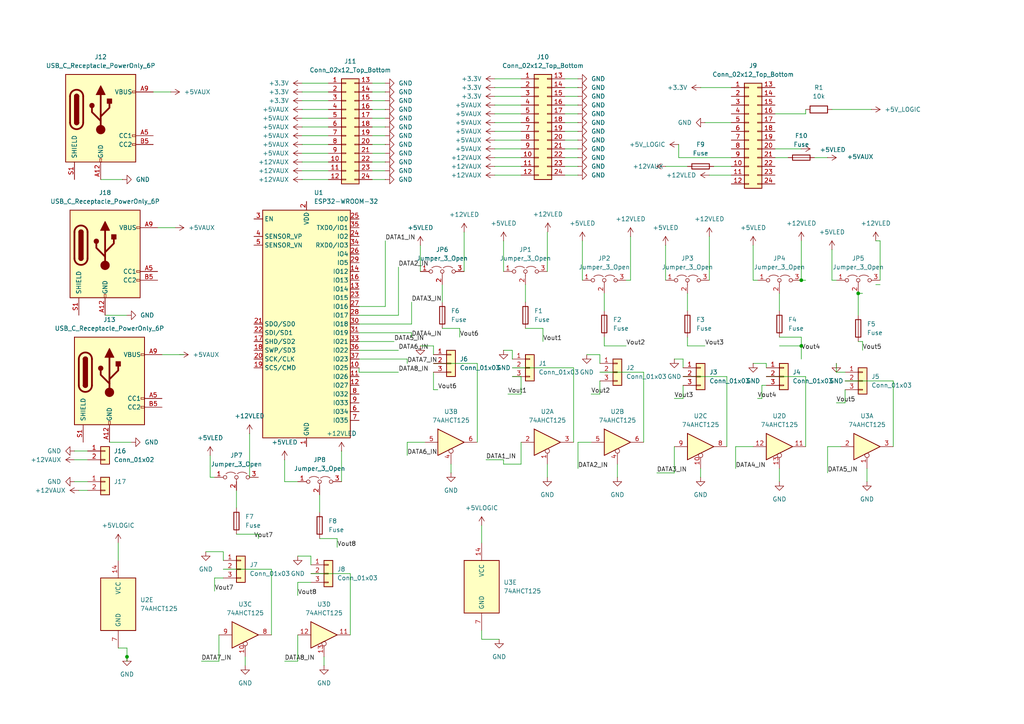
<source format=kicad_sch>
(kicad_sch (version 20250114) (generator "eeschema") (generator_version "9.0")
  (paper "A4")
  (lib_symbols
    (symbol "74xx:74AHCT125" (pin_names (offset 1.016))
      (property "Reference" "U" (at 0 1.27 0))
      (property "Value" "74AHCT125" (at 0 -1.27 0))
      (symbol "74AHCT125_1_0"
        (pin input line (at -7.62 0 0) (length 3.81) (name "~") (number "2"))
        (pin input inverted (at 0 -6.35 90) (length 4.445) (name "~") (number "1"))
        (pin tri_state line (at 7.62 0 180) (length 3.81) (name "~") (number "3"))
      )
      (symbol "74AHCT125_2_0"
        (pin input line (at -7.62 0 0) (length 3.81) (name "~") (number "5"))
        (pin input inverted (at 0 -6.35 90) (length 4.445) (name "~") (number "4"))
        (pin tri_state line (at 7.62 0 180) (length 3.81) (name "~") (number "6"))
      )
      (symbol "74AHCT125_3_0"
        (pin input line (at -7.62 0 0) (length 3.81) (name "~") (number "9"))
        (pin input inverted (at 0 -6.35 90) (length 4.445) (name "~") (number "10"))
        (pin tri_state line (at 7.62 0 180) (length 3.81) (name "~") (number "8"))
      )
      (symbol "74AHCT125_4_0"
        (pin input line (at -7.62 0 0) (length 3.81) (name "~") (number "12"))
        (pin input inverted (at 0 -6.35 90) (length 4.445) (name "~") (number "13"))
        (pin tri_state line (at 7.62 0 180) (length 3.81) (name "~") (number "11"))
      )
      (symbol "74AHCT125_5_0"
        (pin power_in line (at 0 12.7 270) (length 5.08) (name "VCC") (number "14"))
        (pin power_in line (at 0 -12.7 90) (length 5.08) (name "GND") (number "7"))
      )
    )
    (symbol "Connector:USB_C_Receptacle_PowerOnly_6P" (pin_names (offset 1.016))
      (property "Reference" "J" (at 0 16.51 0))
      (property "Value" "USB_C_Receptacle_PowerOnly_6P" (at 0 13.97 0))
      (symbol "USB_C_Receptacle_PowerOnly_6P_1_1"
        (pin passive line (at -7.62 -17.78 90) (length 5.08) (name "SHIELD") (number "S1"))
        (pin passive line (at 0 -17.78 90) (length 5.08) (name "GND") (number "A12"))
        (pin passive line (at 0 -17.78 90) (length 5.08) (hide yes) (name "GND") (number "B12"))
        (pin passive line (at 15.24 7.62 180) (length 5.08) (name "VBUS") (number "A9"))
        (pin passive line (at 15.24 7.62 180) (length 5.08) (hide yes) (name "VBUS") (number "B9"))
        (pin bidirectional line (at 15.24 -5.08 180) (length 5.08) (name "CC1") (number "A5"))
        (pin bidirectional line (at 15.24 -7.62 180) (length 5.08) (name "CC2") (number "B5"))
      )
    )
    (symbol "Connector_Generic:Conn_01x02" (pin_names (offset 1.016) (hide yes))
      (property "Reference" "J" (at 0 2.54 0))
      (property "Value" "Conn_01x02" (at 0 -5.08 0))
      (symbol "Conn_01x02_1_1"
        (pin passive line (at -5.08 0 0) (length 3.81) (name "Pin_1") (number "1"))
        (pin passive line (at -5.08 -2.54 0) (length 3.81) (name "Pin_2") (number "2"))
      )
    )
    (symbol "Connector_Generic:Conn_01x03" (pin_names (offset 1.016) (hide yes))
      (property "Reference" "J" (at 0 5.08 0))
      (property "Value" "Conn_01x03" (at 0 -5.08 0))
      (symbol "Conn_01x03_1_1"
        (pin passive line (at -5.08 2.54 0) (length 3.81) (name "Pin_1") (number "1"))
        (pin passive line (at -5.08 0 0) (length 3.81) (name "Pin_2") (number "2"))
        (pin passive line (at -5.08 -2.54 0) (length 3.81) (name "Pin_3") (number "3"))
      )
    )
    (symbol "Connector_Generic:Conn_02x12_Top_Bottom" (pin_names (offset 1.016) (hide yes))
      (property "Reference" "J" (at 1.27 15.24 0))
      (property "Value" "Conn_02x12_Top_Bottom" (at 1.27 -17.78 0))
      (symbol "Conn_02x12_Top_Bottom_1_1"
        (pin passive line (at -5.08 12.7 0) (length 3.81) (name "Pin_1") (number "1"))
        (pin passive line (at -5.08 10.16 0) (length 3.81) (name "Pin_2") (number "2"))
        (pin passive line (at -5.08 7.62 0) (length 3.81) (name "Pin_3") (number "3"))
        (pin passive line (at -5.08 5.08 0) (length 3.81) (name "Pin_4") (number "4"))
        (pin passive line (at -5.08 2.54 0) (length 3.81) (name "Pin_5") (number "5"))
        (pin passive line (at -5.08 0 0) (length 3.81) (name "Pin_6") (number "6"))
        (pin passive line (at -5.08 -2.54 0) (length 3.81) (name "Pin_7") (number "7"))
        (pin passive line (at -5.08 -5.08 0) (length 3.81) (name "Pin_8") (number "8"))
        (pin passive line (at -5.08 -7.62 0) (length 3.81) (name "Pin_9") (number "9"))
        (pin passive line (at -5.08 -10.16 0) (length 3.81) (name "Pin_10") (number "10"))
        (pin passive line (at -5.08 -12.7 0) (length 3.81) (name "Pin_11") (number "11"))
        (pin passive line (at -5.08 -15.24 0) (length 3.81) (name "Pin_12") (number "12"))
        (pin passive line (at 7.62 12.7 180) (length 3.81) (name "Pin_13") (number "13"))
        (pin passive line (at 7.62 10.16 180) (length 3.81) (name "Pin_14") (number "14"))
        (pin passive line (at 7.62 7.62 180) (length 3.81) (name "Pin_15") (number "15"))
        (pin passive line (at 7.62 5.08 180) (length 3.81) (name "Pin_16") (number "16"))
        (pin passive line (at 7.62 2.54 180) (length 3.81) (name "Pin_17") (number "17"))
        (pin passive line (at 7.62 0 180) (length 3.81) (name "Pin_18") (number "18"))
        (pin passive line (at 7.62 -2.54 180) (length 3.81) (name "Pin_19") (number "19"))
        (pin passive line (at 7.62 -5.08 180) (length 3.81) (name "Pin_20") (number "20"))
        (pin passive line (at 7.62 -7.62 180) (length 3.81) (name "Pin_21") (number "21"))
        (pin passive line (at 7.62 -10.16 180) (length 3.81) (name "Pin_22") (number "22"))
        (pin passive line (at 7.62 -12.7 180) (length 3.81) (name "Pin_23") (number "23"))
        (pin passive line (at 7.62 -15.24 180) (length 3.81) (name "Pin_24") (number "24"))
      )
    )
    (symbol "Device:Fuse" (pin_numbers (hide yes)) (pin_names (offset 0))
      (property "Reference" "F" (at 2.032 0 90))
      (property "Value" "Fuse" (at -1.905 0 90))
      (symbol "Fuse_1_1"
        (pin passive line (at 0 3.81 270) (length 1.27) (name "~") (number "1"))
        (pin passive line (at 0 -3.81 90) (length 1.27) (name "~") (number "2"))
      )
    )
    (symbol "Device:R" (pin_numbers (hide yes)) (pin_names (offset 0))
      (property "Reference" "R" (at 2.032 0 90))
      (property "Value" "R" (at 0 0 90))
      (symbol "R_1_1"
        (pin passive line (at 0 3.81 270) (length 1.27) (name "~") (number "1"))
        (pin passive line (at 0 -3.81 90) (length 1.27) (name "~") (number "2"))
      )
    )
    (symbol "Jumper:Jumper_3_Open" (pin_names (offset 0) (hide yes)) (in_bom no)
      (property "Reference" "JP" (at -2.54 -2.54 0))
      (property "Value" "Jumper_3_Open" (at 0 2.794 0))
      (symbol "Jumper_3_Open_1_1"
        (pin passive line (at -6.35 0 0) (length 2.54) (name "A") (number "1"))
        (pin passive line (at 0 -3.81 90) (length 2.54) (name "C") (number "2"))
        (pin passive line (at 6.35 0 180) (length 2.54) (name "B") (number "3"))
      )
    )
    (symbol "RF_Module:ESP32-WROOM-32"
      (property "Reference" "U" (at -12.7 34.29 0))
      (property "Value" "ESP32-WROOM-32" (at 1.27 34.29 0))
      (symbol "ESP32-WROOM-32_1_1"
        (pin input line (at -15.24 30.48 0) (length 2.54) (name "EN") (number "3"))
        (pin input line (at -15.24 25.4 0) (length 2.54) (name "SENSOR_VP") (number "4"))
        (pin input line (at -15.24 22.86 0) (length 2.54) (name "SENSOR_VN") (number "5"))
        (pin bidirectional line (at -15.24 0 0) (length 2.54) (name "SDO/SD0") (number "21"))
        (pin bidirectional line (at -15.24 -2.54 0) (length 2.54) (name "SDI/SD1") (number "22"))
        (pin bidirectional line (at -15.24 -5.08 0) (length 2.54) (name "SHD/SD2") (number "17"))
        (pin bidirectional line (at -15.24 -7.62 0) (length 2.54) (name "SWP/SD3") (number "18"))
        (pin bidirectional line (at -15.24 -10.16 0) (length 2.54) (name "SCK/CLK") (number "20"))
        (pin bidirectional line (at -15.24 -12.7 0) (length 2.54) (name "SCS/CMD") (number "19"))
        (pin no_connect line (at -12.7 -27.94 0) (length 2.54) (hide yes) (name "NC") (number "32"))
        (pin power_in line (at 0 35.56 270) (length 2.54) (name "VDD") (number "2"))
        (pin power_in line (at 0 -35.56 90) (length 2.54) (name "GND") (number "1"))
        (pin passive line (at 0 -35.56 90) (length 2.54) (hide yes) (name "GND") (number "15"))
        (pin passive line (at 0 -35.56 90) (length 2.54) (hide yes) (name "GND") (number "38"))
        (pin passive line (at 0 -35.56 90) (length 2.54) (hide yes) (name "GND") (number "39"))
        (pin bidirectional line (at 15.24 30.48 180) (length 2.54) (name "IO0") (number "25"))
        (pin bidirectional line (at 15.24 27.94 180) (length 2.54) (name "TXD0/IO1") (number "35"))
        (pin bidirectional line (at 15.24 25.4 180) (length 2.54) (name "IO2") (number "24"))
        (pin bidirectional line (at 15.24 22.86 180) (length 2.54) (name "RXD0/IO3") (number "34"))
        (pin bidirectional line (at 15.24 20.32 180) (length 2.54) (name "IO4") (number "26"))
        (pin bidirectional line (at 15.24 17.78 180) (length 2.54) (name "IO5") (number "29"))
        (pin bidirectional line (at 15.24 15.24 180) (length 2.54) (name "IO12") (number "14"))
        (pin bidirectional line (at 15.24 12.7 180) (length 2.54) (name "IO13") (number "16"))
        (pin bidirectional line (at 15.24 10.16 180) (length 2.54) (name "IO14") (number "13"))
        (pin bidirectional line (at 15.24 7.62 180) (length 2.54) (name "IO15") (number "23"))
        (pin bidirectional line (at 15.24 5.08 180) (length 2.54) (name "IO16") (number "27"))
        (pin bidirectional line (at 15.24 2.54 180) (length 2.54) (name "IO17") (number "28"))
        (pin bidirectional line (at 15.24 0 180) (length 2.54) (name "IO18") (number "30"))
        (pin bidirectional line (at 15.24 -2.54 180) (length 2.54) (name "IO19") (number "31"))
        (pin bidirectional line (at 15.24 -5.08 180) (length 2.54) (name "IO21") (number "33"))
        (pin bidirectional line (at 15.24 -7.62 180) (length 2.54) (name "IO22") (number "36"))
        (pin bidirectional line (at 15.24 -10.16 180) (length 2.54) (name "IO23") (number "37"))
        (pin bidirectional line (at 15.24 -12.7 180) (length 2.54) (name "IO25") (number "10"))
        (pin bidirectional line (at 15.24 -15.24 180) (length 2.54) (name "IO26") (number "11"))
        (pin bidirectional line (at 15.24 -17.78 180) (length 2.54) (name "IO27") (number "12"))
        (pin bidirectional line (at 15.24 -20.32 180) (length 2.54) (name "IO32") (number "8"))
        (pin bidirectional line (at 15.24 -22.86 180) (length 2.54) (name "IO33") (number "9"))
        (pin input line (at 15.24 -25.4 180) (length 2.54) (name "IO34") (number "6"))
        (pin input line (at 15.24 -27.94 180) (length 2.54) (name "IO35") (number "7"))
      )
    )
    (symbol "power:+12V" (power) (pin_numbers (hide yes)) (pin_names (offset 0) (hide yes))
      (property "Value" "+12V" (at 0 3.556 0))
      (symbol "+12V_1_1"
        (pin power_in line (at 0 0 90) (length 0) (name "~") (number "1"))
      )
    )
    (symbol "power:+3.3V" (power) (pin_numbers (hide yes)) (pin_names (offset 0) (hide yes))
      (property "Value" "+3.3V" (at 0 3.556 0))
      (symbol "+3.3V_1_1"
        (pin power_in line (at 0 0 90) (length 0) (name "~") (number "1"))
      )
    )
    (symbol "power:+5V" (power) (pin_numbers (hide yes)) (pin_names (offset 0) (hide yes))
      (property "Value" "+5V" (at 0 3.556 0))
      (symbol "+5V_1_1"
        (pin power_in line (at 0 0 90) (length 0) (name "~") (number "1"))
      )
    )
    (symbol "power:GND" (power) (pin_numbers (hide yes)) (pin_names (offset 0) (hide yes))
      (property "Value" "GND" (at 0 -3.81 0))
      (symbol "GND_1_1"
        (pin power_in line (at 0 0 270) (length 0) (name "~") (number "1"))
      )
    )
  )
  (junction (at 232.41 100.33))
  (junction (at 248.92 85.09))
  (junction (at 36.83 190.5))
  (junction (at 232.41 81.28))
  (wire (pts (xy 107.95 44.45) (xy 111.76 44.45)))
  (wire (pts (xy 151.13 134.62) (xy 146.05 134.62)))
  (wire (pts (xy 143.51 48.26) (xy 151.13 48.26)))
  (wire (pts (xy 241.3 81.28) (xy 242.57 81.28)))
  (wire (pts (xy 205.74 50.8) (xy 212.09 50.8)))
  (wire (pts (xy 86.36 161.29) (xy 90.17 161.29)))
  (wire (pts (xy 21.59 133.35) (xy 25.4 133.35)))
  (wire (pts (xy 31.75 128.27) (xy 38.1 128.27)))
  (wire (pts (xy 195.58 115.57) (xy 198.12 115.57)))
  (wire (pts (xy 152.4 95.25) (xy 157.48 95.25)))
  (wire (pts (xy 198.12 109.22) (xy 210.82 109.22)))
  (wire (pts (xy 204.47 35.56) (xy 212.09 35.56)))
  (wire (pts (xy 87.63 36.83) (xy 95.25 36.83)))
  (wire (pts (xy 242.57 107.95) (xy 242.57 105.41)))
  (wire (pts (xy 107.95 36.83) (xy 111.76 36.83)))
  (wire (pts (xy 133.35 95.25) (xy 133.35 97.79)))
  (wire (pts (xy 139.7 185.42) (xy 139.7 182.88)))
  (wire (pts (xy 118.11 128.27) (xy 118.11 132.08)))
  (wire (pts (xy 151.13 128.27) (xy 151.13 134.62)))
  (wire (pts (xy 245.11 107.95) (xy 242.57 107.95)))
  (wire (pts (xy 226.06 100.33) (xy 232.41 100.33)))
  (wire (pts (xy 193.04 71.12) (xy 193.04 81.28)))
  (wire (pts (xy 195.58 104.14) (xy 198.12 104.14)))
  (wire (pts (xy 196.85 45.72) (xy 196.85 41.91)))
  (wire (pts (xy 163.83 27.94) (xy 167.64 27.94)))
  (wire (pts (xy 134.62 67.31) (xy 134.62 78.74)))
  (wire (pts (xy 68.58 142.24) (xy 68.58 147.32)))
  (wire (pts (xy 163.83 33.02) (xy 167.64 33.02)))
  (wire (pts (xy 175.26 100.33) (xy 181.61 100.33)))
  (wire (pts (xy 21.59 139.7) (xy 25.4 139.7)))
  (wire (pts (xy 190.5 137.16) (xy 195.58 137.16)))
  (wire (pts (xy 146.05 69.85) (xy 146.05 78.74)))
  (wire (pts (xy 87.63 26.67) (xy 95.25 26.67)))
  (wire (pts (xy 250.19 99.06) (xy 248.92 99.06)))
  (wire (pts (xy 95.25 34.29) (xy 87.63 34.29)))
  (wire (pts (xy 64.77 160.02) (xy 64.77 162.56)))
  (wire (pts (xy 163.83 25.4) (xy 167.64 25.4)))
  (wire (pts (xy 22.86 142.24) (xy 25.4 142.24)))
  (wire (pts (xy 36.83 190.5) (xy 36.83 191.77)))
  (wire (pts (xy 87.63 46.99) (xy 95.25 46.99)))
  (wire (pts (xy 240.03 129.54) (xy 240.03 137.16)))
  (wire (pts (xy 213.36 129.54) (xy 218.44 129.54)))
  (wire (pts (xy 90.17 161.29) (xy 90.17 163.83)))
  (wire (pts (xy 97.79 156.21) (xy 97.79 158.75)))
  (wire (pts (xy 58.42 191.77) (xy 63.5 191.77)))
  (wire (pts (xy 138.43 128.27) (xy 138.43 105.41)))
  (wire (pts (xy 195.58 137.16) (xy 195.58 129.54)))
  (wire (pts (xy 218.44 81.28) (xy 219.71 81.28)))
  (wire (pts (xy 107.95 46.99) (xy 111.76 46.99)))
  (wire (pts (xy 248.92 85.09) (xy 248.92 91.44)))
  (wire (pts (xy 151.13 109.22) (xy 151.13 114.3)))
  (wire (pts (xy 99.06 130.81) (xy 99.06 139.7)))
  (wire (pts (xy 87.63 52.07) (xy 95.25 52.07)))
  (wire (pts (xy 87.63 49.53) (xy 95.25 49.53)))
  (wire (pts (xy 143.51 27.94) (xy 151.13 27.94)))
  (wire (pts (xy 140.97 133.35) (xy 146.05 133.35)))
  (wire (pts (xy 213.36 135.89) (xy 213.36 129.54)))
  (wire (pts (xy 163.83 35.56) (xy 167.64 35.56)))
  (wire (pts (xy 44.45 26.67) (xy 49.53 26.67)))
  (wire (pts (xy 175.26 97.79) (xy 175.26 100.33)))
  (wire (pts (xy 224.79 43.18) (xy 232.41 43.18)))
  (wire (pts (xy 87.63 41.91) (xy 95.25 41.91)))
  (wire (pts (xy 250.19 85.09) (xy 248.92 85.09)))
  (wire (pts (xy 143.51 35.56) (xy 151.13 35.56)))
  (wire (pts (xy 163.83 43.18) (xy 167.64 43.18)))
  (wire (pts (xy 45.72 66.04) (xy 50.8 66.04)))
  (wire (pts (xy 107.95 39.37) (xy 111.76 39.37)))
  (wire (pts (xy 143.51 43.18) (xy 151.13 43.18)))
  (wire (pts (xy 166.37 106.68) (xy 166.37 128.27)))
  (wire (pts (xy 72.39 125.73) (xy 72.39 138.43)))
  (wire (pts (xy 62.23 167.64) (xy 64.77 167.64)))
  (wire (pts (xy 111.76 88.9) (xy 111.76 69.85)))
  (wire (pts (xy 34.29 157.48) (xy 34.29 162.56)))
  (wire (pts (xy 60.96 138.43) (xy 62.23 138.43)))
  (wire (pts (xy 104.14 107.95) (xy 104.14 106.68)))
  (wire (pts (xy 107.95 52.07) (xy 111.76 52.07)))
  (wire (pts (xy 21.59 130.81) (xy 25.4 130.81)))
  (wire (pts (xy 199.39 100.33) (xy 204.47 100.33)))
  (wire (pts (xy 158.75 134.62) (xy 158.75 138.43)))
  (wire (pts (xy 119.38 87.63) (xy 119.38 93.98)))
  (wire (pts (xy 148.59 109.22) (xy 151.13 109.22)))
  (wire (pts (xy 151.13 33.02) (xy 143.51 33.02)))
  (wire (pts (xy 207.01 48.26) (xy 212.09 48.26)))
  (wire (pts (xy 173.99 110.49) (xy 173.99 114.3)))
  (wire (pts (xy 63.5 191.77) (xy 63.5 184.15)))
  (wire (pts (xy 175.26 85.09) (xy 175.26 90.17)))
  (wire (pts (xy 118.11 104.14) (xy 118.11 105.41)))
  (wire (pts (xy 128.27 95.25) (xy 133.35 95.25)))
  (wire (pts (xy 107.95 24.13) (xy 111.76 24.13)))
  (wire (pts (xy 74.93 154.94) (xy 74.93 156.21)))
  (wire (pts (xy 125.73 100.33) (xy 125.73 102.87)))
  (wire (pts (xy 224.79 33.02) (xy 233.68 33.02)))
  (wire (pts (xy 59.69 160.02) (xy 64.77 160.02)))
  (wire (pts (xy 87.63 29.21) (xy 95.25 29.21)))
  (wire (pts (xy 82.55 191.77) (xy 86.36 191.77)))
  (wire (pts (xy 163.83 48.26) (xy 167.64 48.26)))
  (wire (pts (xy 78.74 165.1) (xy 78.74 184.15)))
  (wire (pts (xy 199.39 85.09) (xy 199.39 90.17)))
  (wire (pts (xy 143.51 50.8) (xy 151.13 50.8)))
  (wire (pts (xy 163.83 50.8) (xy 167.64 50.8)))
  (wire (pts (xy 173.99 102.87) (xy 173.99 105.41)))
  (wire (pts (xy 232.41 69.85) (xy 232.41 81.28)))
  (wire (pts (xy 104.14 104.14) (xy 118.11 104.14)))
  (wire (pts (xy 157.48 95.25) (xy 157.48 99.06)))
  (wire (pts (xy 182.88 68.58) (xy 182.88 81.28)))
  (wire (pts (xy 250.19 101.6) (xy 250.19 99.06)))
  (wire (pts (xy 36.83 187.96) (xy 36.83 190.5)))
  (wire (pts (xy 82.55 139.7) (xy 86.36 139.7)))
  (wire (pts (xy 259.08 129.54) (xy 259.08 110.49)))
  (wire (pts (xy 226.06 85.09) (xy 226.06 90.17)))
  (wire (pts (xy 167.64 128.27) (xy 171.45 128.27)))
  (wire (pts (xy 46.99 102.87) (xy 53.34 102.87)))
  (wire (pts (xy 226.06 135.89) (xy 226.06 139.7)))
  (wire (pts (xy 224.79 45.72) (xy 228.6 45.72)))
  (wire (pts (xy 72.39 138.43) (xy 74.93 138.43)))
  (wire (pts (xy 139.7 152.4) (xy 139.7 157.48)))
  (wire (pts (xy 233.68 109.22) (xy 233.68 129.54)))
  (wire (pts (xy 101.6 166.37) (xy 101.6 184.15)))
  (wire (pts (xy 199.39 100.33) (xy 199.39 97.79)))
  (wire (pts (xy 232.41 81.28) (xy 233.68 81.28)))
  (wire (pts (xy 232.41 97.79) (xy 232.41 100.33)))
  (wire (pts (xy 148.59 106.68) (xy 166.37 106.68)))
  (wire (pts (xy 233.68 33.02) (xy 233.68 31.75)))
  (wire (pts (xy 173.99 107.95) (xy 186.69 107.95)))
  (wire (pts (xy 29.21 52.07) (xy 35.56 52.07)))
  (wire (pts (xy 170.18 102.87) (xy 173.99 102.87)))
  (wire (pts (xy 71.12 190.5) (xy 71.12 193.04)))
  (wire (pts (xy 143.51 38.1) (xy 151.13 38.1)))
  (wire (pts (xy 121.92 100.33) (xy 125.73 100.33)))
  (wire (pts (xy 115.57 77.47) (xy 115.57 91.44)))
  (wire (pts (xy 168.91 69.85) (xy 168.91 81.28)))
  (wire (pts (xy 255.27 69.85) (xy 254 69.85)))
  (wire (pts (xy 254 82.55) (xy 255.27 82.55)))
  (wire (pts (xy 163.83 30.48) (xy 167.64 30.48)))
  (wire (pts (xy 241.3 31.75) (xy 252.73 31.75)))
  (wire (pts (xy 245.11 110.49) (xy 259.08 110.49)))
  (wire (pts (xy 115.57 91.44) (xy 104.14 91.44)))
  (wire (pts (xy 173.99 114.3) (xy 171.45 114.3)))
  (wire (pts (xy 242.57 116.84) (xy 245.11 116.84)))
  (wire (pts (xy 138.43 105.41) (xy 125.73 105.41)))
  (wire (pts (xy 62.23 171.45) (xy 62.23 167.64)))
  (wire (pts (xy 143.51 22.86) (xy 151.13 22.86)))
  (wire (pts (xy 125.73 107.95) (xy 125.73 113.03)))
  (wire (pts (xy 130.81 134.62) (xy 130.81 137.16)))
  (wire (pts (xy 104.14 101.6) (xy 115.57 101.6)))
  (wire (pts (xy 163.83 40.64) (xy 167.64 40.64)))
  (wire (pts (xy 86.36 172.72) (xy 86.36 168.91)))
  (wire (pts (xy 243.84 129.54) (xy 240.03 129.54)))
  (wire (pts (xy 107.95 31.75) (xy 111.76 31.75)))
  (wire (pts (xy 245.11 116.84) (xy 245.11 113.03)))
  (wire (pts (xy 236.22 45.72) (xy 240.03 45.72)))
  (wire (pts (xy 60.96 132.08) (xy 60.96 138.43)))
  (wire (pts (xy 251.46 135.89) (xy 251.46 139.7)))
  (wire (pts (xy 193.04 48.26) (xy 199.39 48.26)))
  (wire (pts (xy 107.95 41.91) (xy 111.76 41.91)))
  (wire (pts (xy 152.4 82.55) (xy 152.4 87.63)))
  (wire (pts (xy 92.71 143.51) (xy 92.71 148.59)))
  (wire (pts (xy 222.25 105.41) (xy 222.25 106.68)))
  (wire (pts (xy 87.63 39.37) (xy 95.25 39.37)))
  (wire (pts (xy 241.3 72.39) (xy 241.3 81.28)))
  (wire (pts (xy 119.38 93.98) (xy 104.14 93.98)))
  (wire (pts (xy 220.98 115.57) (xy 219.71 115.57)))
  (wire (pts (xy 255.27 81.28) (xy 255.27 69.85)))
  (wire (pts (xy 143.51 25.4) (xy 151.13 25.4)))
  (wire (pts (xy 107.95 34.29) (xy 111.76 34.29)))
  (wire (pts (xy 125.73 113.03) (xy 127 113.03)))
  (wire (pts (xy 104.14 88.9) (xy 111.76 88.9)))
  (wire (pts (xy 107.95 26.67) (xy 111.76 26.67)))
  (wire (pts (xy 198.12 104.14) (xy 198.12 106.68)))
  (wire (pts (xy 115.57 107.95) (xy 104.14 107.95)))
  (wire (pts (xy 220.98 111.76) (xy 220.98 115.57)))
  (wire (pts (xy 82.55 133.35) (xy 82.55 139.7)))
  (wire (pts (xy 86.36 191.77) (xy 86.36 184.15)))
  (wire (pts (xy 87.63 31.75) (xy 95.25 31.75)))
  (wire (pts (xy 222.25 111.76) (xy 220.98 111.76)))
  (wire (pts (xy 143.51 45.72) (xy 151.13 45.72)))
  (wire (pts (xy 203.2 135.89) (xy 203.2 138.43)))
  (wire (pts (xy 232.41 100.33) (xy 232.41 104.14)))
  (wire (pts (xy 34.29 187.96) (xy 36.83 187.96)))
  (wire (pts (xy 143.51 40.64) (xy 151.13 40.64)))
  (wire (pts (xy 151.13 114.3) (xy 147.32 114.3)))
  (wire (pts (xy 179.07 134.62) (xy 179.07 138.43)))
  (wire (pts (xy 146.05 133.35) (xy 146.05 134.62)))
  (wire (pts (xy 146.05 101.6) (xy 148.59 101.6)))
  (wire (pts (xy 90.17 166.37) (xy 101.6 166.37)))
  (wire (pts (xy 107.95 49.53) (xy 111.76 49.53)))
  (wire (pts (xy 86.36 168.91) (xy 90.17 168.91)))
  (wire (pts (xy 143.51 30.48) (xy 151.13 30.48)))
  (wire (pts (xy 218.44 71.12) (xy 218.44 81.28)))
  (wire (pts (xy 68.58 154.94) (xy 74.93 154.94)))
  (wire (pts (xy 64.77 165.1) (xy 78.74 165.1)))
  (wire (pts (xy 158.75 67.31) (xy 158.75 78.74)))
  (wire (pts (xy 148.59 101.6) (xy 148.59 104.14)))
  (wire (pts (xy 167.64 135.89) (xy 167.64 128.27)))
  (wire (pts (xy 226.06 97.79) (xy 232.41 97.79)))
  (wire (pts (xy 87.63 24.13) (xy 95.25 24.13)))
  (wire (pts (xy 144.78 185.42) (xy 139.7 185.42)))
  (wire (pts (xy 163.83 38.1) (xy 167.64 38.1)))
  (wire (pts (xy 163.83 22.86) (xy 167.64 22.86)))
  (wire (pts (xy 182.88 81.28) (xy 181.61 81.28)))
  (wire (pts (xy 93.98 190.5) (xy 93.98 193.04)))
  (wire (pts (xy 210.82 109.22) (xy 210.82 129.54)))
  (wire (pts (xy 30.48 91.44) (xy 36.83 91.44)))
  (wire (pts (xy 222.25 109.22) (xy 233.68 109.22)))
  (wire (pts (xy 212.09 45.72) (xy 196.85 45.72)))
  (wire (pts (xy 104.14 96.52) (xy 119.38 96.52)))
  (wire (pts (xy 203.2 25.4) (xy 212.09 25.4)))
  (wire (pts (xy 87.63 44.45) (xy 95.25 44.45)))
  (wire (pts (xy 205.74 68.58) (xy 205.74 81.28)))
  (wire (pts (xy 119.38 96.52) (xy 119.38 97.79)))
  (wire (pts (xy 104.14 99.06) (xy 114.3 99.06)))
  (wire (pts (xy 123.19 128.27) (xy 118.11 128.27)))
  (wire (pts (xy 163.83 45.72) (xy 167.64 45.72)))
  (wire (pts (xy 186.69 107.95) (xy 186.69 128.27)))
  (wire (pts (xy 198.12 115.57) (xy 198.12 111.76)))
  (wire (pts (xy 107.95 29.21) (xy 111.76 29.21)))
  (wire (pts (xy 121.92 71.12) (xy 121.92 78.74)))
  (wire (pts (xy 128.27 82.55) (xy 128.27 87.63)))
  (wire (pts (xy 218.44 105.41) (xy 222.25 105.41)))
  (wire (pts (xy 92.71 156.21) (xy 97.79 156.21)))
  (label "Vout4" (at 219.71 115.57 0))
  (label "DATA7_IN" (at 58.42 191.77 0))
  (label "Vout4" (at 232.41 101.6 0))
  (label "Vout6" (at 127 113.03 0))
  (label "Vout8" (at 97.79 158.75 0))
  (label "Vout7" (at 73.66 156.21 0))
  (label "DATA7_IN" (at 118.11 105.41 0))
  (label "Vout7" (at 62.23 171.45 0))
  (label "Vout6" (at 133.35 97.79 0))
  (label "Vout3" (at 204.47 100.33 0))
  (label "Vout8" (at 86.36 172.72 0))
  (label "Vout2" (at 181.61 100.33 0))
  (label "DATA1_IN" (at 111.76 69.85 0))
  (label "Vout3" (at 195.58 115.57 0))
  (label "DATA3_IN" (at 190.5 137.16 0))
  (label "DATA3_IN" (at 119.38 87.63 0))
  (label "Vout5" (at 242.57 116.84 0))
  (label "DATA6_IN" (at 118.11 132.08 0))
  (label "DATA4_IN" (at 119.38 97.79 0))
  (label "DATA6_IN" (at 115.57 101.6 0))
  (label "DATA8_IN" (at 115.57 107.95 0))
  (label "Vout1" (at 157.48 99.06 0))
  (label "DATA2_IN" (at 115.57 77.47 0))
  (label "DATA4_IN" (at 213.36 135.89 0))
  (label "DATA1_IN" (at 140.97 133.35 0))
  (label "Vout2" (at 171.45 114.3 0))
  (label "DATA5_IN" (at 114.3 99.06 0))
  (label "DATA5_IN" (at 240.03 137.16 0))
  (label "Vout1" (at 147.32 114.3 0))
  (label "Vout5" (at 250.19 101.6 0))
  (label "DATA8_IN" (at 82.55 191.77 0))
  (label "DATA2_IN" (at 167.64 135.89 0))
  (symbol (lib_id "power:+5V") (at 87.63 36.83 90) (unit 1)
    (property "Reference" "#PWR082" (effects (hide yes)))
    (property "Value" "+5VAUX" (at 83.82 36.8299 90) (effects (justify left)))
    (property "Description" "Power symbol creates a global label with name \"+5V\"" (effects (hide yes)))
  )
  (symbol (lib_id "Jumper:Jumper_3_Open") (at 68.58 138.43 0) (unit 1) (in_bom no)
    (property "Reference" "JP7" (at 68.58 132.08 0))
    (property "Value" "Jumper_3_Open" (at 68.58 134.62 0))
    (property "Footprint" "Connector_PinHeader_2.54mm:PinHeader_1x03_P2.54mm_Vertical" (effects (hide yes)))
    (property "Description" "Jumper, 3-pole, both open" (effects (hide yes)))
  )
  (symbol (lib_id "Device:Fuse") (at 152.4 91.44 0) (unit 1)
    (property "Reference" "F1" (at 154.94 90.1699 0) (effects (justify left)))
    (property "Value" "Fuse" (at 154.94 92.7099 0) (effects (justify left)))
    (property "Footprint" "Fuse:Fuseholder_Blade_Mini_Keystone_3568" (effects (hide yes)))
    (property "Description" "Fuse" (effects (hide yes)))
  )
  (symbol (lib_id "Device:Fuse") (at 128.27 91.44 0) (unit 1)
    (property "Reference" "F6" (at 130.81 90.1699 0) (effects (justify left)))
    (property "Value" "Fuse" (at 130.81 92.7099 0) (effects (justify left)))
    (property "Footprint" "Fuse:Fuseholder_Blade_Mini_Keystone_3568" (effects (hide yes)))
    (property "Description" "Fuse" (effects (hide yes)))
  )
  (symbol (lib_id "power:+5V") (at 146.05 69.85 0) (unit 1)
    (property "Reference" "#PWR05" (effects (hide yes)))
    (property "Value" "+5VLED" (at 146.05 64.77 0))
    (property "Description" "Power symbol creates a global label with name \"+5V\"" (effects (hide yes)))
  )
  (symbol (lib_id "power:+5V") (at 143.51 43.18 90) (unit 1)
    (property "Reference" "#PWR073" (effects (hide yes)))
    (property "Value" "+5VAUX" (at 139.7 43.1799 90) (effects (justify left)))
    (property "Description" "Power symbol creates a global label with name \"+5V\"" (effects (hide yes)))
  )
  (symbol (lib_id "power:+12V") (at 87.63 52.07 90) (unit 1)
    (property "Reference" "#PWR088" (effects (hide yes)))
    (property "Value" "+12VAUX" (at 83.82 52.0699 90) (effects (justify left)))
    (property "Description" "Power symbol creates a global label with name \"+12V\"" (effects (hide yes)))
  )
  (symbol (lib_id "power:+5V") (at 168.91 69.85 0) (unit 1)
    (property "Reference" "#PWR06" (effects (hide yes)))
    (property "Value" "+5VLED" (at 168.91 64.77 0))
    (property "Description" "Power symbol creates a global label with name \"+5V\"" (effects (hide yes)))
  )
  (symbol (lib_id "Connector_Generic:Conn_01x02") (at 30.48 139.7 0) (unit 1)
    (property "Reference" "J17" (at 33.02 139.6999 0) (effects (justify left)))
    (property "Value" "Conn_01x02" (effects (hide yes)))
    (property "Footprint" "Connector_BarrelJack:BarrelJack_Horizontal" (effects (hide yes)))
    (property "Description" "Generic connector, single row, 01x02, script generated (kicad-library-utils/schlib/autogen/connector/)" (effects (hide yes)))
  )
  (symbol (lib_id "power:GND") (at 179.07 138.43 0) (unit 1)
    (property "Reference" "#PWR034" (effects (hide yes)))
    (property "Value" "GND" (at 179.07 143.51 0))
    (property "Description" "Power symbol creates a global label with name \"GND\" , ground" (effects (hide yes)))
  )
  (symbol (lib_id "power:+5V") (at 143.51 38.1 90) (unit 1)
    (property "Reference" "#PWR071" (effects (hide yes)))
    (property "Value" "+5VAUX" (at 139.7 38.0999 90) (effects (justify left)))
    (property "Description" "Power symbol creates a global label with name \"+5V\"" (effects (hide yes)))
  )
  (symbol (lib_id "power:GND") (at 35.56 52.07 90) (unit 1)
    (property "Reference" "#PWR0102" (effects (hide yes)))
    (property "Value" "GND" (at 39.37 52.0699 90) (effects (justify right)))
    (property "Description" "Power symbol creates a global label with name \"GND\" , ground" (effects (hide yes)))
  )
  (symbol (lib_id "power:+5V") (at 87.63 31.75 90) (unit 1)
    (property "Reference" "#PWR080" (effects (hide yes)))
    (property "Value" "+5VAUX" (at 83.82 31.7499 90) (effects (justify left)))
    (property "Description" "Power symbol creates a global label with name \"+5V\"" (effects (hide yes)))
  )
  (symbol (lib_id "74xx:74AHCT125") (at 130.81 128.27 0) (unit 2)
    (property "Reference" "U3" (at 130.81 119.38 0))
    (property "Value" "74AHCT125" (at 130.81 121.92 0))
    (property "Footprint" "Package_DIP:DIP-14_W7.62mm" (effects (hide yes)))
    (property "Datasheet" "https://www.ti.com/lit/ds/symlink/sn74ahct125.pdf" (effects (hide yes)))
    (property "Description" "Quadruple Bus Buffer Gates With 3-State Outputs" (effects (hide yes)))
  )
  (symbol (lib_id "power:GND") (at 36.83 91.44 90) (unit 1)
    (property "Reference" "#PWR01" (effects (hide yes)))
    (property "Value" "GND" (at 40.64 91.4399 90) (effects (justify right)))
    (property "Description" "Power symbol creates a global label with name \"GND\" , ground" (effects (hide yes)))
  )
  (symbol (lib_id "power:+5V") (at 143.51 33.02 90) (unit 1)
    (property "Reference" "#PWR069" (effects (hide yes)))
    (property "Value" "+5VAUX" (at 139.7 33.0199 90) (effects (justify left)))
    (property "Description" "Power symbol creates a global label with name \"+5V\"" (effects (hide yes)))
  )
  (symbol (lib_id "power:GND") (at 121.92 100.33 0) (unit 1)
    (property "Reference" "#PWR024" (effects (hide yes)))
    (property "Value" "GND" (effects (hide yes)))
    (property "Description" "Power symbol creates a global label with name \"GND\" , ground" (effects (hide yes)))
  )
  (symbol (lib_id "power:+12V") (at 205.74 50.8 90) (mirror x) (unit 1)
    (property "Reference" "#PWR050" (effects (hide yes)))
    (property "Value" "+12VLED" (at 201.93 50.7999 90) (effects (justify left)))
    (property "Description" "Power symbol creates a global label with name \"+12V\"" (effects (hide yes)))
  )
  (symbol (lib_id "Jumper:Jumper_3_Open") (at 92.71 139.7 0) (unit 1) (in_bom no)
    (property "Reference" "JP8" (at 92.71 133.35 0))
    (property "Value" "Jumper_3_Open" (at 92.71 135.89 0))
    (property "Footprint" "Connector_PinHeader_2.54mm:PinHeader_1x03_P2.54mm_Vertical" (effects (hide yes)))
    (property "Description" "Jumper, 3-pole, both open" (effects (hide yes)))
  )
  (symbol (lib_id "Device:Fuse") (at 68.58 151.13 0) (unit 1)
    (property "Reference" "F7" (at 71.12 149.8599 0) (effects (justify left)))
    (property "Value" "Fuse" (at 71.12 152.3999 0) (effects (justify left)))
    (property "Footprint" "Fuse:Fuseholder_Blade_Mini_Keystone_3568" (effects (hide yes)))
    (property "Description" "Fuse" (effects (hide yes)))
  )
  (symbol (lib_id "Jumper:Jumper_3_Open") (at 248.92 81.28 0) (unit 1) (in_bom no)
    (property "Reference" "JP5" (at 248.92 74.93 0))
    (property "Value" "Jumper_3_Open" (at 248.92 77.47 0))
    (property "Footprint" "Connector_PinHeader_2.54mm:PinHeader_1x03_P2.54mm_Vertical" (effects (hide yes)))
    (property "Description" "Jumper, 3-pole, both open" (effects (hide yes)))
  )
  (symbol (lib_id "power:+5V") (at 87.63 41.91 90) (unit 1)
    (property "Reference" "#PWR084" (effects (hide yes)))
    (property "Value" "+5VAUX" (at 83.82 41.9099 90) (effects (justify left)))
    (property "Description" "Power symbol creates a global label with name \"+5V\"" (effects (hide yes)))
  )
  (symbol (lib_id "power:GND") (at 167.64 33.02 90) (unit 1)
    (property "Reference" "#PWR057" (effects (hide yes)))
    (property "Value" "GND" (at 171.45 33.0199 90) (effects (justify right)))
    (property "Description" "Power symbol creates a global label with name \"GND\" , ground" (effects (hide yes)))
  )
  (symbol (lib_id "power:+5V") (at 121.92 71.12 0) (unit 1)
    (property "Reference" "#PWR04" (effects (hide yes)))
    (property "Value" "+5VLED" (at 121.92 66.04 0))
    (property "Description" "Power symbol creates a global label with name \"+5V\"" (effects (hide yes)))
  )
  (symbol (lib_id "power:+12V") (at 22.86 142.24 90) (unit 1)
    (property "Reference" "#PWR0111" (effects (hide yes)))
    (property "Value" "+12VAUX" (at 19.05 142.2399 90) (effects (justify left)))
    (property "Description" "Power symbol creates a global label with name \"+12V\"" (effects (hide yes)))
  )
  (symbol (lib_id "power:GND") (at 167.64 27.94 90) (unit 1)
    (property "Reference" "#PWR055" (effects (hide yes)))
    (property "Value" "GND" (at 171.45 27.9399 90) (effects (justify right)))
    (property "Description" "Power symbol creates a global label with name \"GND\" , ground" (effects (hide yes)))
  )
  (symbol (lib_id "power:+12V") (at 21.59 133.35 90) (unit 1)
    (property "Reference" "#PWR0112" (effects (hide yes)))
    (property "Value" "+12VAUX" (at 17.78 133.3499 90) (effects (justify left)))
    (property "Description" "Power symbol creates a global label with name \"+12V\"" (effects (hide yes)))
  )
  (symbol (lib_id "Jumper:Jumper_3_Open") (at 226.06 81.28 0) (unit 1) (in_bom no)
    (property "Reference" "JP4" (at 226.06 74.93 0))
    (property "Value" "Jumper_3_Open" (at 226.06 77.47 0))
    (property "Footprint" "Connector_PinHeader_2.54mm:PinHeader_1x03_P2.54mm_Vertical" (effects (hide yes)))
    (property "Description" "Jumper, 3-pole, both open" (effects (hide yes)))
  )
  (symbol (lib_id "Connector_Generic:Conn_02x12_Top_Bottom") (at 217.17 38.1 0) (unit 1)
    (property "Reference" "J9" (at 218.44 19.05 0))
    (property "Value" "Conn_02x12_Top_Bottom" (at 218.44 21.59 0))
    (property "Footprint" "Connector_Molex:Molex_Mini-Fit_Jr_5566-24A2_2x12_P4.20mm_Vertical" (effects (hide yes)))
    (property "Description" "Generic connector, double row, 02x12, top/bottom pin numbering scheme (row 1: 1...pins_per_row, row2: pins_per_row+1 ... num_pins), script generated (kicad-library-utils/schlib/autogen/connector/)" (effects (hide yes)))
  )
  (symbol (lib_id "power:GND") (at 71.12 193.04 0) (unit 1)
    (property "Reference" "#PWR038" (effects (hide yes)))
    (property "Value" "GND" (at 71.12 198.12 0))
    (property "Description" "Power symbol creates a global label with name \"GND\" , ground" (effects (hide yes)))
  )
  (symbol (lib_id "power:+5V") (at 50.8 66.04 270) (unit 1)
    (property "Reference" "#PWR02" (effects (hide yes)))
    (property "Value" "+5VAUX" (at 54.61 66.0399 90) (effects (justify left)))
    (property "Description" "Power symbol creates a global label with name \"+5V\"" (effects (hide yes)))
  )
  (symbol (lib_id "Device:Fuse") (at 199.39 93.98 0) (unit 1)
    (property "Reference" "F3" (at 201.93 92.7099 0) (effects (justify left)))
    (property "Value" "Fuse" (at 201.93 95.2499 0) (effects (justify left)))
    (property "Footprint" "Fuse:Fuseholder_Blade_Mini_Keystone_3568" (effects (hide yes)))
    (property "Description" "Fuse" (effects (hide yes)))
  )
  (symbol (lib_id "power:GND") (at 167.64 25.4 90) (unit 1)
    (property "Reference" "#PWR054" (effects (hide yes)))
    (property "Value" "GND" (at 171.45 25.3999 90) (effects (justify right)))
    (property "Description" "Power symbol creates a global label with name \"GND\" , ground" (effects (hide yes)))
  )
  (symbol (lib_id "74xx:74AHCT125") (at 158.75 128.27 0) (unit 1)
    (property "Reference" "U2" (at 158.75 119.38 0))
    (property "Value" "74AHCT125" (at 158.75 121.92 0))
    (property "Footprint" "Package_DIP:DIP-14_W7.62mm" (effects (hide yes)))
    (property "Datasheet" "https://www.ti.com/lit/ds/symlink/sn74ahct125.pdf" (effects (hide yes)))
    (property "Description" "Quadruple Bus Buffer Gates With 3-State Outputs" (effects (hide yes)))
  )
  (symbol (lib_id "Connector_Generic:Conn_02x12_Top_Bottom") (at 100.33 36.83 0) (unit 1)
    (property "Reference" "J11" (at 101.6 17.78 0))
    (property "Value" "Conn_02x12_Top_Bottom" (at 101.6 20.32 0))
    (property "Footprint" "Connector_PinHeader_2.54mm:PinHeader_2x12_P2.54mm_Vertical" (effects (hide yes)))
    (property "Description" "Generic connector, double row, 02x12, top/bottom pin numbering scheme (row 1: 1...pins_per_row, row2: pins_per_row+1 ... num_pins), script generated (kicad-library-utils/schlib/autogen/connector/)" (effects (hide yes)))
  )
  (symbol (lib_id "Device:Fuse") (at 92.71 152.4 0) (unit 1)
    (property "Reference" "F8" (at 95.25 151.1299 0) (effects (justify left)))
    (property "Value" "Fuse" (at 95.25 153.6699 0) (effects (justify left)))
    (property "Footprint" "Fuse:Fuseholder_Blade_Mini_Keystone_3568" (effects (hide yes)))
    (property "Description" "Fuse" (effects (hide yes)))
  )
  (symbol (lib_id "Connector:USB_C_Receptacle_PowerOnly_6P") (at 30.48 73.66 0) (unit 1)
    (property "Reference" "J18" (at 30.48 55.88 0))
    (property "Value" "USB_C_Receptacle_PowerOnly_6P" (at 30.48 58.42 0))
    (property "Footprint" "Connector_USB:USB_C_Receptacle_HRO_TYPE-C-31-M-12" (effects (hide yes)))
    (property "Datasheet" "https://www.usb.org/sites/default/files/documents/usb_type-c.zip" (effects (hide yes)))
    (property "Description" "USB Power-Only 6P Type-C Receptacle connector" (effects (hide yes)))
  )
  (symbol (lib_id "power:+5V") (at 193.04 71.12 0) (unit 1)
    (property "Reference" "#PWR07" (effects (hide yes)))
    (property "Value" "+5VLED" (at 193.04 66.04 0))
    (property "Description" "Power symbol creates a global label with name \"+5V\"" (effects (hide yes)))
  )
  (symbol (lib_id "Device:R") (at 237.49 31.75 270) (unit 1)
    (property "Reference" "R1" (at 237.49 25.4 90))
    (property "Value" "10k" (at 237.49 27.94 90))
    (property "Footprint" "Resistor_THT:R_Axial_DIN0207_L6.3mm_D2.5mm_P7.62mm_Horizontal" (effects (hide yes)))
    (property "Description" "Resistor" (effects (hide yes)))
  )
  (symbol (lib_id "power:+12V") (at 143.51 50.8 90) (unit 1)
    (property "Reference" "#PWR074" (effects (hide yes)))
    (property "Value" "+12VAUX" (at 139.7 50.7999 90) (effects (justify left)))
    (property "Description" "Power symbol creates a global label with name \"+12V\"" (effects (hide yes)))
  )
  (symbol (lib_id "74xx:74AHCT125") (at 251.46 129.54 0) (unit 1)
    (property "Reference" "U3" (at 251.46 120.65 0))
    (property "Value" "74AHCT125" (at 251.46 123.19 0))
    (property "Footprint" "Package_DIP:DIP-14_W7.62mm" (effects (hide yes)))
    (property "Datasheet" "https://www.ti.com/lit/ds/symlink/sn74ahct125.pdf" (effects (hide yes)))
    (property "Description" "Quadruple Bus Buffer Gates With 3-State Outputs" (effects (hide yes)))
  )
  (symbol (lib_id "Connector_Generic:Conn_01x03") (at 250.19 110.49 0) (unit 1)
    (property "Reference" "J5" (at 252.73 109.2199 0) (effects (justify left)))
    (property "Value" "Conn_01x03" (at 252.73 111.7599 0) (effects (justify left)))
    (property "Footprint" "Connector_JST:JST_XH_B3B-XH-A_1x03_P2.50mm_Vertical" (effects (hide yes)))
    (property "Description" "Generic connector, single row, 01x03, script generated (kicad-library-utils/schlib/autogen/connector/)" (effects (hide yes)))
  )
  (symbol (lib_id "74xx:74AHCT125") (at 93.98 184.15 0) (unit 4)
    (property "Reference" "U3" (at 93.98 175.26 0))
    (property "Value" "74AHCT125" (at 93.98 177.8 0))
    (property "Footprint" "Package_DIP:DIP-14_W7.62mm" (effects (hide yes)))
    (property "Datasheet" "https://www.ti.com/lit/ds/symlink/sn74ahct125.pdf" (effects (hide yes)))
    (property "Description" "Quadruple Bus Buffer Gates With 3-State Outputs" (effects (hide yes)))
  )
  (symbol (lib_id "power:+12V") (at 87.63 49.53 90) (unit 1)
    (property "Reference" "#PWR087" (effects (hide yes)))
    (property "Value" "+12VAUX" (at 83.82 49.5299 90) (effects (justify left)))
    (property "Description" "Power symbol creates a global label with name \"+12V\"" (effects (hide yes)))
  )
  (symbol (lib_id "power:+3.3V") (at 87.63 26.67 90) (unit 1)
    (property "Reference" "#PWR078" (effects (hide yes)))
    (property "Value" "+3.3V" (at 83.82 26.6699 90) (effects (justify left)))
    (property "Description" "Power symbol creates a global label with name \"+3.3V\"" (effects (hide yes)))
  )
  (symbol (lib_id "power:GND") (at 38.1 128.27 90) (unit 1)
    (property "Reference" "#PWR03" (effects (hide yes)))
    (property "Value" "GND" (at 41.91 128.2699 90) (effects (justify right)))
    (property "Description" "Power symbol creates a global label with name \"GND\" , ground" (effects (hide yes)))
  )
  (symbol (lib_id "power:GND") (at 111.76 36.83 90) (unit 1)
    (property "Reference" "#PWR094" (effects (hide yes)))
    (property "Value" "GND" (at 115.57 36.8299 90) (effects (justify right)))
    (property "Description" "Power symbol creates a global label with name \"GND\" , ground" (effects (hide yes)))
  )
  (symbol (lib_id "power:+5V") (at 218.44 71.12 0) (unit 1)
    (property "Reference" "#PWR08" (effects (hide yes)))
    (property "Value" "+5VLED" (at 218.44 66.04 0))
    (property "Description" "Power symbol creates a global label with name \"+5V\"" (effects (hide yes)))
  )
  (symbol (lib_id "power:GND") (at 111.76 49.53 90) (unit 1)
    (property "Reference" "#PWR099" (effects (hide yes)))
    (property "Value" "GND" (at 115.57 49.5299 90) (effects (justify right)))
    (property "Description" "Power symbol creates a global label with name \"GND\" , ground" (effects (hide yes)))
  )
  (symbol (lib_id "power:GND") (at 111.76 46.99 90) (unit 1)
    (property "Reference" "#PWR098" (effects (hide yes)))
    (property "Value" "GND" (at 115.57 46.9899 90) (effects (justify right)))
    (property "Description" "Power symbol creates a global label with name \"GND\" , ground" (effects (hide yes)))
  )
  (symbol (lib_id "power:GND") (at 86.36 161.29 0) (unit 1)
    (property "Reference" "#PWR031" (effects (hide yes)))
    (property "Value" "GND" (at 86.36 166.37 0))
    (property "Description" "Power symbol creates a global label with name \"GND\" , ground" (effects (hide yes)))
  )
  (symbol (lib_id "power:GND") (at 130.81 137.16 0) (unit 1)
    (property "Reference" "#PWR032" (effects (hide yes)))
    (property "Value" "GND" (at 130.81 142.24 0))
    (property "Description" "Power symbol creates a global label with name \"GND\" , ground" (effects (hide yes)))
  )
  (symbol (lib_id "power:GND") (at 218.44 105.41 0) (unit 1)
    (property "Reference" "#PWR028" (effects (hide yes)))
    (property "Value" "GND" (at 218.44 110.49 0))
    (property "Description" "Power symbol creates a global label with name \"GND\" , ground" (effects (hide yes)))
  )
  (symbol (lib_id "power:+5V") (at 143.51 40.64 90) (unit 1)
    (property "Reference" "#PWR072" (effects (hide yes)))
    (property "Value" "+5VAUX" (at 139.7 40.6399 90) (effects (justify left)))
    (property "Description" "Power symbol creates a global label with name \"+5V\"" (effects (hide yes)))
  )
  (symbol (lib_id "power:+5V") (at 87.63 39.37 90) (unit 1)
    (property "Reference" "#PWR083" (effects (hide yes)))
    (property "Value" "+5VAUX" (at 83.82 39.3699 90) (effects (justify left)))
    (property "Description" "Power symbol creates a global label with name \"+5V\"" (effects (hide yes)))
  )
  (symbol (lib_id "RF_Module:ESP32-WROOM-32") (at 88.9 93.98 0) (unit 1)
    (property "Reference" "U1" (at 91.0433 55.88 0) (effects (justify left)))
    (property "Value" "ESP32-WROOM-32" (at 91.0433 58.42 0) (effects (justify left)))
    (property "Footprint" "esp32:ESP32-DevKitC_30Pin" (effects (hide yes)))
    (property "Datasheet" "https://www.espressif.com/sites/default/files/documentation/esp32-wroom-32_datasheet_en.pdf" (effects (hide yes)))
    (property "Description" "RF Module, ESP32-D0WDQ6 SoC, Wi-Fi 802.11b/g/n, Bluetooth, BLE, 32-bit, 2.7-3.6V, onboard antenna, SMD" (effects (hide yes)))
  )
  (symbol (lib_id "power:+5V") (at 196.85 41.91 90) (unit 1)
    (property "Reference" "#PWR048" (effects (hide yes)))
    (property "Value" "+5V_LOGIC" (at 193.04 41.9099 90) (effects (justify left)))
    (property "Description" "Power symbol creates a global label with name \"+5V\"" (effects (hide yes)))
  )
  (symbol (lib_id "power:+5V") (at 34.29 157.48 0) (unit 1)
    (property "Reference" "#PWR022" (effects (hide yes)))
    (property "Value" "+5VLOGIC" (at 34.29 152.4 0))
    (property "Description" "Power symbol creates a global label with name \"+5V\"" (effects (hide yes)))
  )
  (symbol (lib_id "Device:Fuse") (at 226.06 93.98 0) (unit 1)
    (property "Reference" "F4" (at 228.6 92.7099 0) (effects (justify left)))
    (property "Value" "Fuse" (at 228.6 95.2499 0) (effects (justify left)))
    (property "Footprint" "Fuse:Fuseholder_Blade_Mini_Keystone_3568" (effects (hide yes)))
    (property "Description" "Fuse" (effects (hide yes)))
  )
  (symbol (lib_id "power:+3.3V") (at 143.51 25.4 90) (unit 1)
    (property "Reference" "#PWR066" (effects (hide yes)))
    (property "Value" "+3.3V" (at 139.7 25.3999 90) (effects (justify left)))
    (property "Description" "Power symbol creates a global label with name \"+3.3V\"" (effects (hide yes)))
  )
  (symbol (lib_id "power:GND") (at 167.64 45.72 90) (unit 1)
    (property "Reference" "#PWR062" (effects (hide yes)))
    (property "Value" "GND" (at 171.45 45.7199 90) (effects (justify right)))
    (property "Description" "Power symbol creates a global label with name \"GND\" , ground" (effects (hide yes)))
  )
  (symbol (lib_id "power:+5V") (at 241.3 72.39 0) (unit 1)
    (property "Reference" "#PWR09" (effects (hide yes)))
    (property "Value" "+5VLED" (at 241.3 67.31 0))
    (property "Description" "Power symbol creates a global label with name \"+5V\"" (effects (hide yes)))
  )
  (symbol (lib_id "Connector_Generic:Conn_02x12_Top_Bottom") (at 156.21 35.56 0) (unit 1)
    (property "Reference" "J10" (at 157.48 16.51 0))
    (property "Value" "Conn_02x12_Top_Bottom" (at 157.48 19.05 0))
    (property "Footprint" "Connector_PinHeader_2.54mm:PinHeader_2x12_P2.54mm_Vertical" (effects (hide yes)))
    (property "Description" "Generic connector, double row, 02x12, top/bottom pin numbering scheme (row 1: 1...pins_per_row, row2: pins_per_row+1 ... num_pins), script generated (kicad-library-utils/schlib/autogen/connector/)" (effects (hide yes)))
  )
  (symbol (lib_id "power:+5V") (at 143.51 30.48 90) (unit 1)
    (property "Reference" "#PWR068" (effects (hide yes)))
    (property "Value" "+5VAUX" (at 139.7 30.4799 90) (effects (justify left)))
    (property "Description" "Power symbol creates a global label with name \"+5V\"" (effects (hide yes)))
  )
  (symbol (lib_id "power:GND") (at 36.83 190.5 0) (unit 1)
    (property "Reference" "#PWR020" (effects (hide yes)))
    (property "Value" "GND" (at 36.83 195.58 0))
    (property "Description" "Power symbol creates a global label with name \"GND\" , ground" (effects (hide yes)))
  )
  (symbol (lib_id "power:GND") (at 111.76 24.13 90) (unit 1)
    (property "Reference" "#PWR089" (effects (hide yes)))
    (property "Value" "GND" (at 115.57 24.1299 90) (effects (justify right)))
    (property "Description" "Power symbol creates a global label with name \"GND\" , ground" (effects (hide yes)))
  )
  (symbol (lib_id "power:GND") (at 226.06 139.7 0) (unit 1)
    (property "Reference" "#PWR036" (effects (hide yes)))
    (property "Value" "GND" (at 226.06 144.78 0))
    (property "Description" "Power symbol creates a global label with name \"GND\" , ground" (effects (hide yes)))
  )
  (symbol (lib_id "power:+3.3V") (at 203.2 25.4 90) (unit 1)
    (property "Reference" "#PWR051" (effects (hide yes)))
    (property "Value" "+3.3V" (at 199.39 25.3999 90) (effects (justify left)))
    (property "Description" "Power symbol creates a global label with name \"+3.3V\"" (effects (hide yes)))
  )
  (symbol (lib_id "power:+12V") (at 232.41 69.85 0) (unit 1)
    (property "Reference" "#PWR016" (effects (hide yes)))
    (property "Value" "+12VLED" (at 232.41 64.77 0))
    (property "Description" "Power symbol creates a global label with name \"+12V\"" (effects (hide yes)))
  )
  (symbol (lib_id "power:+5V") (at 52.07 102.87 270) (unit 1)
    (property "Reference" "#PWR040" (effects (hide yes)))
    (property "Value" "+5VAUX" (at 55.88 102.8699 90) (effects (justify left)))
    (property "Description" "Power symbol creates a global label with name \"+5V\"" (effects (hide yes)))
  )
  (symbol (lib_id "power:+12V") (at 193.04 48.26 90) (mirror x) (unit 1)
    (property "Reference" "#PWR049" (effects (hide yes)))
    (property "Value" "+12VAUX" (at 187.96 48.26 90))
    (property "Description" "Power symbol creates a global label with name \"+12V\"" (effects (hide yes)))
  )
  (symbol (lib_id "power:GND") (at 111.76 31.75 90) (unit 1)
    (property "Reference" "#PWR092" (effects (hide yes)))
    (property "Value" "GND" (at 115.57 31.7499 90) (effects (justify right)))
    (property "Description" "Power symbol creates a global label with name \"GND\" , ground" (effects (hide yes)))
  )
  (symbol (lib_id "Connector_Generic:Conn_01x03") (at 95.25 166.37 0) (unit 1)
    (property "Reference" "J8" (at 97.79 165.0999 0) (effects (justify left)))
    (property "Value" "Conn_01x03" (at 97.79 167.6399 0) (effects (justify left)))
    (property "Footprint" "Connector_JST:JST_XH_B3B-XH-A_1x03_P2.50mm_Vertical" (effects (hide yes)))
    (property "Description" "Generic connector, single row, 01x03, script generated (kicad-library-utils/schlib/autogen/connector/)" (effects (hide yes)))
  )
  (symbol (lib_id "power:GND") (at 146.05 101.6 0) (unit 1)
    (property "Reference" "#PWR025" (effects (hide yes)))
    (property "Value" "GND" (at 146.05 106.68 0))
    (property "Description" "Power symbol creates a global label with name \"GND\" , ground" (effects (hide yes)))
  )
  (symbol (lib_id "74xx:74AHCT125") (at 203.2 129.54 0) (unit 3)
    (property "Reference" "U2" (at 203.2 120.65 0))
    (property "Value" "74AHCT125" (at 203.2 123.19 0))
    (property "Footprint" "Package_DIP:DIP-14_W7.62mm" (effects (hide yes)))
    (property "Datasheet" "https://www.ti.com/lit/ds/symlink/sn74ahct125.pdf" (effects (hide yes)))
    (property "Description" "Quadruple Bus Buffer Gates With 3-State Outputs" (effects (hide yes)))
  )
  (symbol (lib_id "power:GND") (at 111.76 44.45 90) (unit 1)
    (property "Reference" "#PWR097" (effects (hide yes)))
    (property "Value" "GND" (at 115.57 44.4499 90) (effects (justify right)))
    (property "Description" "Power symbol creates a global label with name \"GND\" , ground" (effects (hide yes)))
  )
  (symbol (lib_id "power:+3.3V") (at 87.63 24.13 90) (unit 1)
    (property "Reference" "#PWR077" (effects (hide yes)))
    (property "Value" "+3.3V" (at 83.82 24.1299 90) (effects (justify left)))
    (property "Description" "Power symbol creates a global label with name \"+3.3V\"" (effects (hide yes)))
  )
  (symbol (lib_id "Jumper:Jumper_3_Open") (at 128.27 78.74 0) (unit 1) (in_bom no)
    (property "Reference" "JP6" (at 128.27 72.39 0))
    (property "Value" "Jumper_3_Open" (at 128.27 74.93 0))
    (property "Footprint" "Connector_PinHeader_2.54mm:PinHeader_1x03_P2.54mm_Vertical" (effects (hide yes)))
    (property "Description" "Jumper, 3-pole, both open" (effects (hide yes)))
  )
  (symbol (lib_id "power:GND") (at 21.59 130.81 270) (unit 1)
    (property "Reference" "#PWR0106" (effects (hide yes)))
    (property "Value" "GND" (at 17.78 130.8099 90) (effects (justify right)))
    (property "Description" "Power symbol creates a global label with name \"GND\" , ground" (effects (hide yes)))
  )
  (symbol (lib_id "74xx:74AHCT125") (at 139.7 170.18 0) (unit 5)
    (property "Reference" "U3" (at 146.05 168.9099 0) (effects (justify left)))
    (property "Value" "74AHCT125" (at 146.05 171.4499 0) (effects (justify left)))
    (property "Footprint" "Package_DIP:DIP-14_W7.62mm" (effects (hide yes)))
    (property "Datasheet" "https://www.ti.com/lit/ds/symlink/sn74ahct125.pdf" (effects (hide yes)))
    (property "Description" "Quadruple Bus Buffer Gates With 3-State Outputs" (effects (hide yes)))
  )
  (symbol (lib_id "Connector:USB_C_Receptacle_PowerOnly_6P") (at 29.21 34.29 0) (unit 1)
    (property "Reference" "J12" (at 29.21 16.51 0))
    (property "Value" "USB_C_Receptacle_PowerOnly_6P" (at 29.21 19.05 0))
    (property "Footprint" "Connector_USB:USB_C_Receptacle_HRO_TYPE-C-31-M-12" (effects (hide yes)))
    (property "Datasheet" "https://www.usb.org/sites/default/files/documents/usb_type-c.zip" (effects (hide yes)))
    (property "Description" "USB Power-Only 6P Type-C Receptacle connector" (effects (hide yes)))
  )
  (symbol (lib_id "power:+5V") (at 82.55 133.35 0) (unit 1)
    (property "Reference" "#PWR011" (effects (hide yes)))
    (property "Value" "+5VLED" (at 82.55 128.27 0))
    (property "Description" "Power symbol creates a global label with name \"+5V\"" (effects (hide yes)))
  )
  (symbol (lib_id "Connector_Generic:Conn_01x03") (at 130.81 105.41 0) (unit 1)
    (property "Reference" "J6" (at 133.35 104.1399 0) (effects (justify left)))
    (property "Value" "Conn_01x03" (at 133.35 106.6799 0) (effects (justify left)))
    (property "Footprint" "Connector_JST:JST_XH_B3B-XH-A_1x03_P2.50mm_Vertical" (effects (hide yes)))
    (property "Description" "Generic connector, single row, 01x03, script generated (kicad-library-utils/schlib/autogen/connector/)" (effects (hide yes)))
  )
  (symbol (lib_id "power:+3.3V") (at 87.63 29.21 90) (unit 1)
    (property "Reference" "#PWR079" (effects (hide yes)))
    (property "Value" "+3.3V" (at 83.82 29.2099 90) (effects (justify left)))
    (property "Description" "Power symbol creates a global label with name \"+3.3V\"" (effects (hide yes)))
  )
  (symbol (lib_id "power:GND") (at 144.78 185.42 0) (unit 1)
    (property "Reference" "#PWR021" (effects (hide yes)))
    (property "Value" "GND" (at 144.78 190.5 0))
    (property "Description" "Power symbol creates a global label with name \"GND\" , ground" (effects (hide yes)))
  )
  (symbol (lib_id "74xx:74AHCT125") (at 179.07 128.27 0) (unit 2)
    (property "Reference" "U2" (at 179.07 119.38 0))
    (property "Value" "74AHCT125" (at 179.07 121.92 0))
    (property "Footprint" "Package_DIP:DIP-14_W7.62mm" (effects (hide yes)))
    (property "Datasheet" "https://www.ti.com/lit/ds/symlink/sn74ahct125.pdf" (effects (hide yes)))
    (property "Description" "Quadruple Bus Buffer Gates With 3-State Outputs" (effects (hide yes)))
  )
  (symbol (lib_id "power:+12V") (at 134.62 67.31 0) (unit 1)
    (property "Reference" "#PWR012" (effects (hide yes)))
    (property "Value" "+12VLED" (at 134.62 62.23 0))
    (property "Description" "Power symbol creates a global label with name \"+12V\"" (effects (hide yes)))
  )
  (symbol (lib_id "power:+5V") (at 87.63 34.29 90) (unit 1)
    (property "Reference" "#PWR081" (effects (hide yes)))
    (property "Value" "+5VAUX" (at 83.82 34.2899 90) (effects (justify left)))
    (property "Description" "Power symbol creates a global label with name \"+5V\"" (effects (hide yes)))
  )
  (symbol (lib_id "74xx:74AHCT125") (at 226.06 129.54 0) (unit 4)
    (property "Reference" "U2" (at 226.06 120.65 0))
    (property "Value" "74AHCT125" (at 226.06 123.19 0))
    (property "Footprint" "Package_DIP:DIP-14_W7.62mm" (effects (hide yes)))
    (property "Datasheet" "https://www.ti.com/lit/ds/symlink/sn74ahct125.pdf" (effects (hide yes)))
    (property "Description" "Quadruple Bus Buffer Gates With 3-State Outputs" (effects (hide yes)))
  )
  (symbol (lib_id "74xx:74AHCT125") (at 71.12 184.15 0) (unit 3)
    (property "Reference" "U3" (at 71.12 175.26 0))
    (property "Value" "74AHCT125" (at 71.12 177.8 0))
    (property "Footprint" "Package_DIP:DIP-14_W7.62mm" (effects (hide yes)))
    (property "Datasheet" "https://www.ti.com/lit/ds/symlink/sn74ahct125.pdf" (effects (hide yes)))
    (property "Description" "Quadruple Bus Buffer Gates With 3-State Outputs" (effects (hide yes)))
  )
  (symbol (lib_id "Device:Fuse") (at 248.92 95.25 0) (unit 1)
    (property "Reference" "F5" (at 251.46 93.9799 0) (effects (justify left)))
    (property "Value" "Fuse" (at 251.46 96.5199 0) (effects (justify left)))
    (property "Footprint" "Fuse:Fuseholder_Blade_Mini_Keystone_3568" (effects (hide yes)))
    (property "Description" "Fuse" (effects (hide yes)))
  )
  (symbol (lib_id "power:+3.3V") (at 143.51 22.86 90) (unit 1)
    (property "Reference" "#PWR065" (effects (hide yes)))
    (property "Value" "+3.3V" (at 139.7 22.8599 90) (effects (justify left)))
    (property "Description" "Power symbol creates a global label with name \"+3.3V\"" (effects (hide yes)))
  )
  (symbol (lib_id "power:+12V") (at 72.39 125.73 0) (unit 1)
    (property "Reference" "#PWR019" (effects (hide yes)))
    (property "Value" "+12VLED" (at 72.39 120.65 0))
    (property "Description" "Power symbol creates a global label with name \"+12V\"" (effects (hide yes)))
  )
  (symbol (lib_id "power:GND") (at 111.76 52.07 90) (unit 1)
    (property "Reference" "#PWR0100" (effects (hide yes)))
    (property "Value" "GND" (at 115.57 52.0699 90) (effects (justify right)))
    (property "Description" "Power symbol creates a global label with name \"GND\" , ground" (effects (hide yes)))
  )
  (symbol (lib_id "power:GND") (at 93.98 193.04 0) (unit 1)
    (property "Reference" "#PWR039" (effects (hide yes)))
    (property "Value" "GND" (at 93.98 198.12 0))
    (property "Description" "Power symbol creates a global label with name \"GND\" , ground" (effects (hide yes)))
  )
  (symbol (lib_id "power:+5V") (at 252.73 31.75 270) (unit 1)
    (property "Reference" "#PWR0101" (effects (hide yes)))
    (property "Value" "+5V_LOGIC" (at 256.54 31.7499 90) (effects (justify left)))
    (property "Description" "Power symbol creates a global label with name \"+5V\"" (effects (hide yes)))
  )
  (symbol (lib_id "Device:Fuse") (at 232.41 45.72 90) (unit 1)
    (property "Reference" "F10" (at 232.41 39.37 90))
    (property "Value" "Fuse" (at 232.41 41.91 90))
    (property "Footprint" "Fuse:Fuseholder_Blade_Mini_Keystone_3568" (effects (hide yes)))
    (property "Description" "Fuse" (effects (hide yes)))
  )
  (symbol (lib_id "power:+12V") (at 143.51 48.26 90) (unit 1)
    (property "Reference" "#PWR076" (effects (hide yes)))
    (property "Value" "+12VAUX" (at 139.7 48.2599 90) (effects (justify left)))
    (property "Description" "Power symbol creates a global label with name \"+12V\"" (effects (hide yes)))
  )
  (symbol (lib_id "power:+5V") (at 143.51 35.56 90) (unit 1)
    (property "Reference" "#PWR070" (effects (hide yes)))
    (property "Value" "+5VAUX" (at 139.7 35.5599 90) (effects (justify left)))
    (property "Description" "Power symbol creates a global label with name \"+5V\"" (effects (hide yes)))
  )
  (symbol (lib_id "power:GND") (at 167.64 30.48 90) (unit 1)
    (property "Reference" "#PWR056" (effects (hide yes)))
    (property "Value" "GND" (at 171.45 30.4799 90) (effects (justify right)))
    (property "Description" "Power symbol creates a global label with name \"GND\" , ground" (effects (hide yes)))
  )
  (symbol (lib_id "power:GND") (at 204.47 35.56 270) (unit 1)
    (property "Reference" "#PWR052" (effects (hide yes)))
    (property "Value" "GND" (at 200.66 35.5599 90) (effects (justify right)))
    (property "Description" "Power symbol creates a global label with name \"GND\" , ground" (effects (hide yes)))
  )
  (symbol (lib_id "power:+12V") (at 182.88 68.58 0) (unit 1)
    (property "Reference" "#PWR014" (effects (hide yes)))
    (property "Value" "+12VLED" (at 182.88 63.5 0))
    (property "Description" "Power symbol creates a global label with name \"+12V\"" (effects (hide yes)))
  )
  (symbol (lib_id "power:+5V") (at 139.7 152.4 0) (unit 1)
    (property "Reference" "#PWR023" (effects (hide yes)))
    (property "Value" "+5VLOGIC" (at 139.7 147.32 0))
    (property "Description" "Power symbol creates a global label with name \"+5V\"" (effects (hide yes)))
  )
  (symbol (lib_id "power:+12V") (at 87.63 46.99 90) (unit 1)
    (property "Reference" "#PWR086" (effects (hide yes)))
    (property "Value" "+12VAUX" (at 83.82 46.9899 90) (effects (justify left)))
    (property "Description" "Power symbol creates a global label with name \"+12V\"" (effects (hide yes)))
  )
  (symbol (lib_id "power:+12V") (at 158.9014 67.2156 0) (unit 1)
    (property "Reference" "#PWR013" (effects (hide yes)))
    (property "Value" "+12VLED" (at 158.9014 62.1356 0))
    (property "Description" "Power symbol creates a global label with name \"+12V\"" (effects (hide yes)))
  )
  (symbol (lib_id "power:GND") (at 203.2 138.43 0) (unit 1)
    (property "Reference" "#PWR035" (effects (hide yes)))
    (property "Value" "GND" (at 203.2 143.51 0))
    (property "Description" "Power symbol creates a global label with name \"GND\" , ground" (effects (hide yes)))
  )
  (symbol (lib_id "power:+12V") (at 143.51 45.72 90) (unit 1)
    (property "Reference" "#PWR075" (effects (hide yes)))
    (property "Value" "+12VAUX" (at 139.7 45.7199 90) (effects (justify left)))
    (property "Description" "Power symbol creates a global label with name \"+12V\"" (effects (hide yes)))
  )
  (symbol (lib_id "power:GND") (at 167.64 43.18 90) (unit 1)
    (property "Reference" "#PWR061" (effects (hide yes)))
    (property "Value" "GND" (at 171.45 43.1799 90) (effects (justify right)))
    (property "Description" "Power symbol creates a global label with name \"GND\" , ground" (effects (hide yes)))
  )
  (symbol (lib_id "power:+5V") (at 240.03 45.72 270) (unit 1)
    (property "Reference" "#PWR047" (effects (hide yes)))
    (property "Value" "+5VAUX" (at 245.618 45.466 90) (effects (justify left)))
    (property "Description" "Power symbol creates a global label with name \"+5V\"" (effects (hide yes)))
  )
  (symbol (lib_id "power:GND") (at 242.57 105.41 0) (unit 1)
    (property "Reference" "#PWR029" (effects (hide yes)))
    (property "Value" "GND" (at 242.57 110.49 0))
    (property "Description" "Power symbol creates a global label with name \"GND\" , ground" (effects (hide yes)))
  )
  (symbol (lib_id "power:GND") (at 167.64 22.86 90) (unit 1)
    (property "Reference" "#PWR053" (effects (hide yes)))
    (property "Value" "GND" (at 171.45 22.8599 90) (effects (justify right)))
    (property "Description" "Power symbol creates a global label with name \"GND\" , ground" (effects (hide yes)))
  )
  (symbol (lib_id "Jumper:Jumper_3_Open") (at 175.26 81.28 0) (unit 1) (in_bom no)
    (property "Reference" "JP2" (at 175.26 74.93 0))
    (property "Value" "Jumper_3_Open" (at 175.26 77.47 0))
    (property "Footprint" "Connector_PinHeader_2.54mm:PinHeader_1x03_P2.54mm_Vertical" (effects (hide yes)))
    (property "Description" "Jumper, 3-pole, both open" (effects (hide yes)))
  )
  (symbol (lib_id "power:+5V") (at 60.96 132.08 0) (unit 1)
    (property "Reference" "#PWR010" (effects (hide yes)))
    (property "Value" "+5VLED" (at 60.96 127 0))
    (property "Description" "Power symbol creates a global label with name \"+5V\"" (effects (hide yes)))
  )
  (symbol (lib_id "Jumper:Jumper_3_Open") (at 152.4 78.74 0) (unit 1) (in_bom no)
    (property "Reference" "JP1" (at 152.4 72.39 0))
    (property "Value" "Jumper_3_Open" (at 152.4 74.93 0))
    (property "Footprint" "Connector_PinHeader_2.54mm:PinHeader_1x03_P2.54mm_Vertical" (effects (hide yes)))
    (property "Description" "Jumper, 3-pole, both open" (effects (hide yes)))
  )
  (symbol (lib_id "power:+5V") (at 232.41 43.18 270) (unit 1)
    (property "Reference" "#PWR046" (effects (hide yes)))
    (property "Value" "+5VLED" (at 237.744 43.434 90) (effects (justify left)))
    (property "Description" "Power symbol creates a global label with name \"+5V\"" (effects (hide yes)))
  )
  (symbol (lib_id "power:GND") (at 167.64 50.8 90) (unit 1)
    (property "Reference" "#PWR064" (effects (hide yes)))
    (property "Value" "GND" (at 171.45 50.7999 90) (effects (justify right)))
    (property "Description" "Power symbol creates a global label with name \"GND\" , ground" (effects (hide yes)))
  )
  (symbol (lib_id "Connector_Generic:Conn_01x02") (at 30.48 130.81 0) (unit 1)
    (property "Reference" "J16" (at 33.02 130.8099 0) (effects (justify left)))
    (property "Value" "Conn_01x02" (at 33.02 133.3499 0) (effects (justify left)))
    (property "Footprint" "Connector_BarrelJack:BarrelJack_Horizontal" (effects (hide yes)))
    (property "Description" "Generic connector, single row, 01x02, script generated (kicad-library-utils/schlib/autogen/connector/)" (effects (hide yes)))
  )
  (symbol (lib_id "power:GND") (at 111.76 34.29 90) (unit 1)
    (property "Reference" "#PWR093" (effects (hide yes)))
    (property "Value" "GND" (at 115.57 34.2899 90) (effects (justify right)))
    (property "Description" "Power symbol creates a global label with name \"GND\" , ground" (effects (hide yes)))
  )
  (symbol (lib_id "Connector_Generic:Conn_01x03") (at 69.85 165.1 0) (unit 1)
    (property "Reference" "J7" (at 72.39 163.8299 0) (effects (justify left)))
    (property "Value" "Conn_01x03" (at 72.39 166.3699 0) (effects (justify left)))
    (property "Footprint" "Connector_JST:JST_XH_B3B-XH-A_1x03_P2.50mm_Vertical" (effects (hide yes)))
    (property "Description" "Generic connector, single row, 01x03, script generated (kicad-library-utils/schlib/autogen/connector/)" (effects (hide yes)))
  )
  (symbol (lib_id "power:GND") (at 158.75 138.43 0) (unit 1)
    (property "Reference" "#PWR033" (effects (hide yes)))
    (property "Value" "GND" (at 158.75 143.51 0))
    (property "Description" "Power symbol creates a global label with name \"GND\" , ground" (effects (hide yes)))
  )
  (symbol (lib_id "power:+3.3V") (at 143.51 27.94 90) (unit 1)
    (property "Reference" "#PWR067" (effects (hide yes)))
    (property "Value" "+3.3V" (at 139.7 27.9399 90) (effects (justify left)))
    (property "Description" "Power symbol creates a global label with name \"+3.3V\"" (effects (hide yes)))
  )
  (symbol (lib_id "Connector:USB_C_Receptacle_PowerOnly_6P") (at 31.75 110.49 0) (unit 1)
    (property "Reference" "J13" (at 31.75 92.71 0))
    (property "Value" "USB_C_Receptacle_PowerOnly_6P" (at 31.75 95.25 0))
    (property "Footprint" "Connector_USB:USB_C_Receptacle_HRO_TYPE-C-31-M-12" (effects (hide yes)))
    (property "Datasheet" "https://www.usb.org/sites/default/files/documents/usb_type-c.zip" (effects (hide yes)))
    (property "Description" "USB Power-Only 6P Type-C Receptacle connector" (effects (hide yes)))
  )
  (symbol (lib_id "Device:Fuse") (at 203.2 48.26 90) (unit 1)
    (property "Reference" "F9" (at 203.2 41.91 90))
    (property "Value" "Fuse" (at 203.2 44.45 90))
    (property "Footprint" "Fuse:Fuseholder_Blade_Mini_Keystone_3568" (effects (hide yes)))
    (property "Description" "Fuse" (effects (hide yes)))
  )
  (symbol (lib_id "power:GND") (at 111.76 39.37 90) (unit 1)
    (property "Reference" "#PWR095" (effects (hide yes)))
    (property "Value" "GND" (at 115.57 39.3699 90) (effects (justify right)))
    (property "Description" "Power symbol creates a global label with name \"GND\" , ground" (effects (hide yes)))
  )
  (symbol (lib_id "power:+12V") (at 99.06 130.81 0) (unit 1)
    (property "Reference" "#PWR018" (effects (hide yes)))
    (property "Value" "+12VLED" (at 99.06 125.73 0))
    (property "Description" "Power symbol creates a global label with name \"+12V\"" (effects (hide yes)))
  )
  (symbol (lib_id "power:GND") (at 195.58 104.14 0) (unit 1)
    (property "Reference" "#PWR027" (effects (hide yes)))
    (property "Value" "GND" (at 195.58 109.22 0))
    (property "Description" "Power symbol creates a global label with name \"GND\" , ground" (effects (hide yes)))
  )
  (symbol (lib_id "power:GND") (at 21.59 139.7 270) (unit 1)
    (property "Reference" "#PWR0107" (effects (hide yes)))
    (property "Value" "GND" (at 17.78 139.6999 90) (effects (justify right)))
    (property "Description" "Power symbol creates a global label with name \"GND\" , ground" (effects (hide yes)))
  )
  (symbol (lib_id "Jumper:Jumper_3_Open") (at 199.39 81.28 0) (unit 1) (in_bom no)
    (property "Reference" "JP3" (at 199.39 74.93 0))
    (property "Value" "Jumper_3_Open" (at 199.39 77.47 0))
    (property "Footprint" "Connector_PinHeader_2.54mm:PinHeader_1x03_P2.54mm_Vertical" (effects (hide yes)))
    (property "Description" "Jumper, 3-pole, both open" (effects (hide yes)))
  )
  (symbol (lib_id "Connector_Generic:Conn_01x03") (at 227.33 109.22 0) (unit 1)
    (property "Reference" "J4" (at 229.87 107.9499 0) (effects (justify left)))
    (property "Value" "Conn_01x03" (at 229.87 110.4899 0) (effects (justify left)))
    (property "Footprint" "Connector_JST:JST_XH_B3B-XH-A_1x03_P2.50mm_Vertical" (effects (hide yes)))
    (property "Description" "Generic connector, single row, 01x03, script generated (kicad-library-utils/schlib/autogen/connector/)" (effects (hide yes)))
  )
  (symbol (lib_id "power:+5V") (at 49.53 26.67 270) (unit 1)
    (property "Reference" "#PWR0108" (effects (hide yes)))
    (property "Value" "+5VAUX" (at 53.34 26.6699 90) (effects (justify left)))
    (property "Description" "Power symbol creates a global label with name \"+5V\"" (effects (hide yes)))
  )
  (symbol (lib_id "Connector_Generic:Conn_01x03") (at 179.07 107.95 0) (unit 1)
    (property "Reference" "J2" (at 181.61 106.6799 0) (effects (justify left)))
    (property "Value" "Conn_01x03" (at 181.61 109.2199 0) (effects (justify left)))
    (property "Footprint" "Connector_JST:JST_XH_B3B-XH-A_1x03_P2.50mm_Vertical" (effects (hide yes)))
    (property "Description" "Generic connector, single row, 01x03, script generated (kicad-library-utils/schlib/autogen/connector/)" (effects (hide yes)))
  )
  (symbol (lib_id "power:GND") (at 111.76 29.21 90) (unit 1)
    (property "Reference" "#PWR091" (effects (hide yes)))
    (property "Value" "GND" (at 115.57 29.2099 90) (effects (justify right)))
    (property "Description" "Power symbol creates a global label with name \"GND\" , ground" (effects (hide yes)))
  )
  (symbol (lib_id "power:GND") (at 167.64 38.1 90) (unit 1)
    (property "Reference" "#PWR059" (effects (hide yes)))
    (property "Value" "GND" (at 171.45 38.0999 90) (effects (justify right)))
    (property "Description" "Power symbol creates a global label with name \"GND\" , ground" (effects (hide yes)))
  )
  (symbol (lib_id "power:GND") (at 170.18 102.87 0) (unit 1)
    (property "Reference" "#PWR026" (effects (hide yes)))
    (property "Value" "GND" (at 170.18 107.95 0))
    (property "Description" "Power symbol creates a global label with name \"GND\" , ground" (effects (hide yes)))
  )
  (symbol (lib_id "Connector_Generic:Conn_01x03") (at 153.67 106.68 0) (unit 1)
    (property "Reference" "J1" (at 156.21 105.4099 0) (effects (justify left)))
    (property "Value" "Conn_01x03" (at 156.21 107.9499 0) (effects (justify left)))
    (property "Footprint" "Connector_JST:JST_XH_B3B-XH-A_1x03_P2.50mm_Vertical" (effects (hide yes)))
    (property "Description" "Generic connector, single row, 01x03, script generated (kicad-library-utils/schlib/autogen/connector/)" (effects (hide yes)))
  )
  (symbol (lib_id "power:GND") (at 167.64 48.26 90) (unit 1)
    (property "Reference" "#PWR063" (effects (hide yes)))
    (property "Value" "GND" (at 171.45 48.2599 90) (effects (justify right)))
    (property "Description" "Power symbol creates a global label with name \"GND\" , ground" (effects (hide yes)))
  )
  (symbol (lib_id "power:GND") (at 111.76 26.67 90) (unit 1)
    (property "Reference" "#PWR090" (effects (hide yes)))
    (property "Value" "GND" (at 115.57 26.6699 90) (effects (justify right)))
    (property "Description" "Power symbol creates a global label with name \"GND\" , ground" (effects (hide yes)))
  )
  (symbol (lib_id "power:GND") (at 167.64 40.64 90) (unit 1)
    (property "Reference" "#PWR060" (effects (hide yes)))
    (property "Value" "GND" (at 171.45 40.6399 90) (effects (justify right)))
    (property "Description" "Power symbol creates a global label with name \"GND\" , ground" (effects (hide yes)))
  )
  (symbol (lib_id "Device:Fuse") (at 175.26 93.98 0) (unit 1)
    (property "Reference" "F2" (at 177.8 92.7099 0) (effects (justify left)))
    (property "Value" "Fuse" (at 177.8 95.2499 0) (effects (justify left)))
    (property "Footprint" "Fuse:Fuseholder_Blade_Mini_Keystone_3568" (effects (hide yes)))
    (property "Description" "Fuse" (effects (hide yes)))
  )
  (symbol (lib_id "power:+12V") (at 205.74 68.58 0) (unit 1)
    (property "Reference" "#PWR015" (effects (hide yes)))
    (property "Value" "+12VLED" (at 205.74 63.5 0))
    (property "Description" "Power symbol creates a global label with name \"+12V\"" (effects (hide yes)))
  )
  (symbol (lib_id "Connector_Generic:Conn_01x03") (at 203.2 109.22 0) (unit 1)
    (property "Reference" "J3" (at 205.74 107.9499 0) (effects (justify left)))
    (property "Value" "Conn_01x03" (at 205.74 110.4899 0) (effects (justify left)))
    (property "Footprint" "Connector_JST:JST_XH_B3B-XH-A_1x03_P2.50mm_Vertical" (effects (hide yes)))
    (property "Description" "Generic connector, single row, 01x03, script generated (kicad-library-utils/schlib/autogen/connector/)" (effects (hide yes)))
  )
  (symbol (lib_id "power:+12V") (at 254 69.85 0) (unit 1)
    (property "Reference" "#PWR017" (effects (hide yes)))
    (property "Value" "+12VLED" (at 254 64.77 0))
    (property "Description" "Power symbol creates a global label with name \"+12V\"" (effects (hide yes)))
  )
  (symbol (lib_id "power:+5V") (at 87.63 44.45 90) (unit 1)
    (property "Reference" "#PWR085" (effects (hide yes)))
    (property "Value" "+5VAUX" (at 83.82 44.4499 90) (effects (justify left)))
    (property "Description" "Power symbol creates a global label with name \"+5V\"" (effects (hide yes)))
  )
  (symbol (lib_id "power:GND") (at 167.64 35.56 90) (unit 1)
    (property "Reference" "#PWR058" (effects (hide yes)))
    (property "Value" "GND" (at 171.45 35.5599 90) (effects (justify right)))
    (property "Description" "Power symbol creates a global label with name \"GND\" , ground" (effects (hide yes)))
  )
  (symbol (lib_id "74xx:74AHCT125") (at 34.29 175.26 0) (unit 5)
    (property "Reference" "U2" (at 40.64 173.9899 0) (effects (justify left)))
    (property "Value" "74AHCT125" (at 40.64 176.5299 0) (effects (justify left)))
    (property "Footprint" "Package_DIP:DIP-14_W7.62mm" (effects (hide yes)))
    (property "Datasheet" "https://www.ti.com/lit/ds/symlink/sn74ahct125.pdf" (effects (hide yes)))
    (property "Description" "Quadruple Bus Buffer Gates With 3-State Outputs" (effects (hide yes)))
  )
  (symbol (lib_id "power:GND") (at 111.76 41.91 90) (unit 1)
    (property "Reference" "#PWR096" (effects (hide yes)))
    (property "Value" "GND" (at 115.57 41.9099 90) (effects (justify right)))
    (property "Description" "Power symbol creates a global label with name \"GND\" , ground" (effects (hide yes)))
  )
  (symbol (lib_id "power:GND") (at 59.69 160.02 0) (unit 1)
    (property "Reference" "#PWR030" (effects (hide yes)))
    (property "Value" "GND" (at 59.69 165.1 0))
    (property "Description" "Power symbol creates a global label with name \"GND\" , ground" (effects (hide yes)))
  )
  (symbol (lib_id "power:GND") (at 251.46 139.7 0) (unit 1)
    (property "Reference" "#PWR037" (effects (hide yes)))
    (property "Value" "GND" (at 251.46 144.78 0))
    (property "Description" "Power symbol creates a global label with name \"GND\" , ground" (effects (hide yes)))
  )
)
</source>
